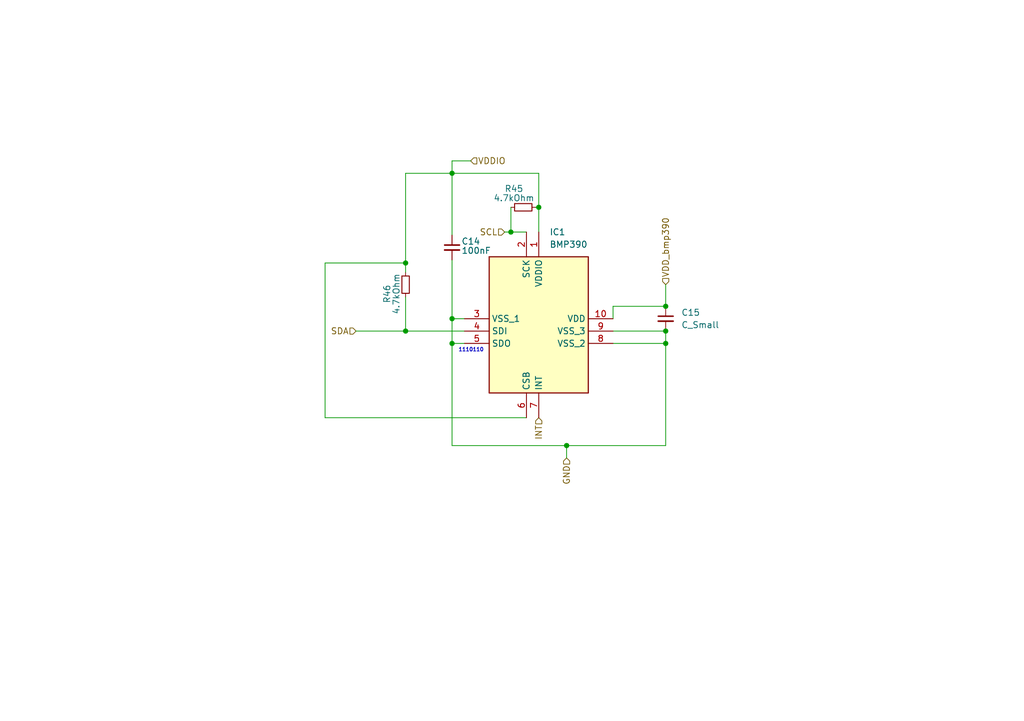
<source format=kicad_sch>
(kicad_sch (version 20230121) (generator eeschema)
  (paper "A5")
  (lib_symbols
    (symbol "BMP390:BMP390"
      (property "Reference" "IC" (at 26.67 17.78 0))
      (property "Value" "BMP390" (at 26.67 15.24 0))
      (symbol "BMP390_1_1"
        (rectangle (start 5.08 12.7) (end 25.4 -15.24) (stroke (width 0.254)) (fill (type background)))
        (pin passive line (at 15.24 17.78 270) (length 5.08) (name "VDDIO") (number "1"))
        (pin passive line (at 30.48 0 180) (length 5.08) (name "VDD") (number "10"))
        (pin passive line (at 12.7 17.78 270) (length 5.08) (name "SCK") (number "2"))
        (pin passive line (at 0 0 0) (length 5.08) (name "VSS_1") (number "3"))
        (pin passive line (at 0 -2.54 0) (length 5.08) (name "SDI") (number "4"))
        (pin passive line (at 0 -5.08 0) (length 5.08) (name "SDO") (number "5"))
        (pin passive line (at 12.7 -20.32 90) (length 5.08) (name "CSB") (number "6"))
        (pin passive line (at 15.24 -20.32 90) (length 5.08) (name "INT") (number "7"))
        (pin passive line (at 30.48 -5.08 180) (length 5.08) (name "VSS_2") (number "8"))
        (pin passive line (at 30.48 -2.54 180) (length 5.08) (name "VSS_3") (number "9"))
      )
    )
    (symbol "Device:C_Small" (pin_numbers hide) (pin_names (offset 0.254) hide)
      (property "Reference" "C" (at 0.254 1.778 0))
      (property "Value" "C_Small" (at 0.254 -2.032 0))
      (symbol "C_Small_0_1"
        (polyline (pts (xy -1.524 -0.508) (xy 1.524 -0.508)) (stroke (width 0.3302)))
        (polyline (pts (xy -1.524 0.508) (xy 1.524 0.508)) (stroke (width 0.3048)))
      )
      (symbol "C_Small_1_1"
        (pin passive line (at 0 2.54 270) (length 2.032) (name "~") (number "1"))
        (pin passive line (at 0 -2.54 90) (length 2.032) (name "~") (number "2"))
      )
    )
    (symbol "Device:R_Small" (pin_numbers hide) (pin_names (offset 0.254) hide)
      (property "Reference" "R" (at 0.762 0.508 0))
      (property "Value" "R_Small" (at 0.762 -1.016 0))
      (symbol "R_Small_0_1"
        (rectangle (start -0.762 1.778) (end 0.762 -1.778) (stroke (width 0.2032)))
      )
      (symbol "R_Small_1_1"
        (pin passive line (at 0 2.54 270) (length 0.762) (name "~") (number "1"))
        (pin passive line (at 0 -2.54 90) (length 0.762) (name "~") (number "2"))
      )
    )
  )
  (junction (at 92.71 70.485))
  (junction (at 136.525 62.865))
  (junction (at 104.775 47.625))
  (junction (at 83.185 53.975))
  (junction (at 136.525 67.945))
  (junction (at 116.205 91.44))
  (junction (at 92.71 35.56))
  (junction (at 110.49 42.545))
  (junction (at 136.525 70.485))
  (junction (at 92.71 65.405))
  (junction (at 83.185 67.945))
  (wire (pts (xy 83.185 67.945) (xy 95.25 67.945)))
  (wire (pts (xy 107.95 85.725) (xy 66.675 85.725)))
  (wire (pts (xy 66.675 53.975) (xy 83.185 53.975)))
  (wire (pts (xy 92.71 65.405) (xy 95.25 65.405)))
  (wire (pts (xy 92.71 53.34) (xy 92.71 65.405)))
  (wire (pts (xy 92.71 70.485) (xy 92.71 65.405)))
  (wire (pts (xy 83.185 55.88) (xy 83.185 53.975)))
  (wire (pts (xy 110.49 47.625) (xy 110.49 42.545)))
  (wire (pts (xy 104.775 47.625) (xy 107.95 47.625)))
  (wire (pts (xy 125.73 62.865) (xy 136.525 62.865)))
  (wire (pts (xy 66.675 85.725) (xy 66.675 53.975)))
  (wire (pts (xy 83.185 53.975) (xy 83.185 35.56)))
  (wire (pts (xy 136.525 70.485) (xy 136.525 67.945)))
  (wire (pts (xy 136.525 70.485) (xy 136.525 91.44)))
  (wire (pts (xy 110.49 42.545) (xy 110.49 35.56)))
  (wire (pts (xy 116.205 93.98) (xy 116.205 91.44)))
  (wire (pts (xy 125.73 65.405) (xy 125.73 62.865)))
  (wire (pts (xy 73.025 67.945) (xy 83.185 67.945)))
  (wire (pts (xy 92.71 33.02) (xy 96.52 33.02)))
  (wire (pts (xy 125.73 67.945) (xy 136.525 67.945)))
  (wire (pts (xy 136.525 58.42) (xy 136.525 62.865)))
  (wire (pts (xy 83.185 35.56) (xy 92.71 35.56)))
  (wire (pts (xy 92.71 35.56) (xy 92.71 48.26)))
  (wire (pts (xy 92.71 91.44) (xy 92.71 70.485)))
  (wire (pts (xy 104.775 47.625) (xy 104.775 42.545)))
  (wire (pts (xy 125.73 70.485) (xy 136.525 70.485)))
  (wire (pts (xy 116.205 91.44) (xy 92.71 91.44)))
  (wire (pts (xy 103.505 47.625) (xy 104.775 47.625)))
  (wire (pts (xy 92.71 35.56) (xy 92.71 33.02)))
  (wire (pts (xy 136.525 91.44) (xy 116.205 91.44)))
  (wire (pts (xy 92.71 70.485) (xy 95.25 70.485)))
  (wire (pts (xy 83.185 60.96) (xy 83.185 67.945)))
  (wire (pts (xy 110.49 35.56) (xy 92.71 35.56)))
  (wire (pts (xy 109.855 42.545) (xy 110.49 42.545)))
  (text "1110110" (at 93.98 72.39 0) (effects (font (size 0.762 0.762)) (justify left bottom)))
  (hierarchical_label "GND" (shape input) (at 116.205 93.98 270))
  (hierarchical_label "VDDIO" (shape input) (at 96.52 33.02 0))
  (hierarchical_label "INT" (shape input) (at 110.49 85.725 270))
  (hierarchical_label "SCL" (shape input) (at 103.505 47.625 180))
  (hierarchical_label "VDD_bmp390" (shape input) (at 136.525 58.42 90))
  (hierarchical_label "SDA" (shape input) (at 73.025 67.945 180))
  (symbol (lib_id "Device:R_Small") (at 107.315 42.545 90) (unit 1)
    (property "Reference" "R45" (at 105.41 38.735 90))
    (property "Value" "4.7kOhm" (at 105.41 40.64 90))
  )
  (symbol (lib_id "Device:R_Small") (at 83.185 58.42 180) (unit 1)
    (property "Reference" "R46" (at 79.375 60.325 90))
    (property "Value" "4.7kOhm" (at 81.28 60.325 90))
  )
  (symbol (lib_id "BMP390:BMP390") (at 95.25 65.405 0) (unit 1)
    (property "Reference" "IC1" (at 112.6841 47.625 0) (effects (justify left)))
    (property "Value" "BMP390" (at 112.6841 50.165 0) (effects (justify left)))
    (property "Footprint" "BMP390" (effects hide))
    (property "Datasheet" "https://www.bosch-sensortec.com/media/boschsensortec/downloads/datasheets/bst-bmp390-ds002.pdf" (effects hide))
    (property "Height" "0.8" (effects hide))
    (property "Mouser Part Number" "262-BMP390" (effects hide))
    (property "Mouser Price/Stock" "https://www.mouser.co.uk/ProductDetail/Bosch-Sensortec/BMP390?qs=QNEnbhJQKvYQVfvRMgo2YA%3D%3D" (effects hide))
    (property "Manufacturer_Name" "BOSCH" (effects hide))
    (property "Manufacturer_Part_Number" "BMP390" (effects hide))
  )
  (symbol (lib_id "Device:C_Small") (at 136.525 65.405 0) (unit 1)
    (property "Reference" "C15" (at 139.7 64.1413 0) (effects (justify left)))
    (property "Value" "C_Small" (at 139.7 66.6813 0) (effects (justify left)))
  )
  (symbol (lib_id "Device:C_Small") (at 92.71 50.8 0) (unit 1)
    (property "Reference" "C14" (at 94.615 49.53 0) (effects (justify left)))
    (property "Value" "100nF" (at 94.615 51.435 0) (effects (justify left)))
  )
)
</source>
